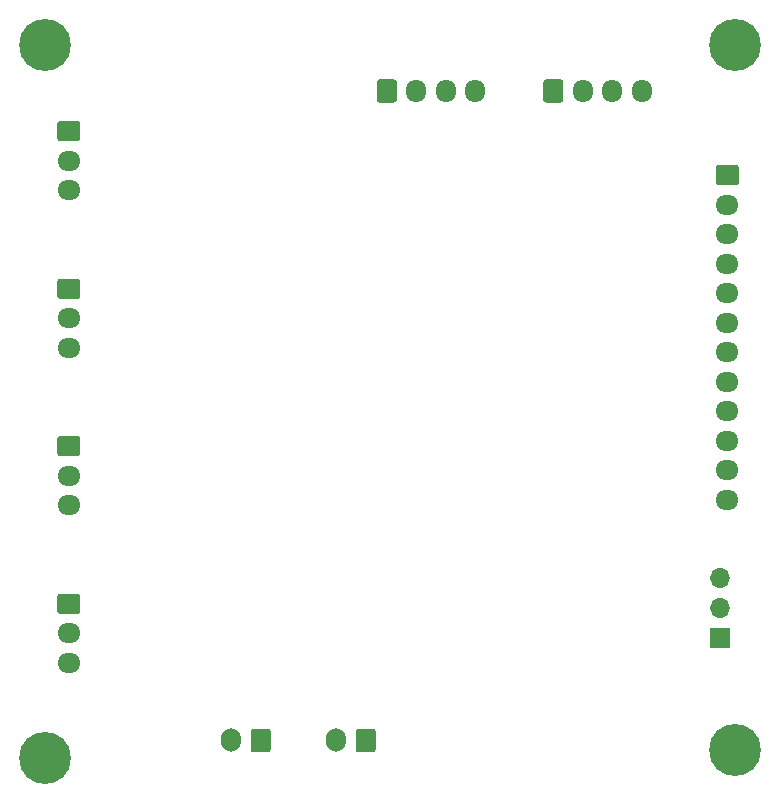
<source format=gbs>
G04 #@! TF.GenerationSoftware,KiCad,Pcbnew,(5.1.5)-3*
G04 #@! TF.CreationDate,2020-03-18T20:16:45+01:00*
G04 #@! TF.ProjectId,ent,656e742e-6b69-4636-9164-5f7063625858,rev?*
G04 #@! TF.SameCoordinates,Original*
G04 #@! TF.FileFunction,Soldermask,Bot*
G04 #@! TF.FilePolarity,Negative*
%FSLAX46Y46*%
G04 Gerber Fmt 4.6, Leading zero omitted, Abs format (unit mm)*
G04 Created by KiCad (PCBNEW (5.1.5)-3) date 2020-03-18 20:16:45*
%MOMM*%
%LPD*%
G04 APERTURE LIST*
%ADD10O,1.700000X2.000000*%
%ADD11C,0.100000*%
%ADD12O,1.700000X1.950000*%
%ADD13O,1.950000X1.700000*%
%ADD14R,1.700000X1.700000*%
%ADD15O,1.700000X1.700000*%
%ADD16C,4.400000*%
G04 APERTURE END LIST*
D10*
X193588000Y-109016800D03*
D11*
G36*
X196712504Y-108018004D02*
G01*
X196736773Y-108021604D01*
X196760571Y-108027565D01*
X196783671Y-108035830D01*
X196805849Y-108046320D01*
X196826893Y-108058933D01*
X196846598Y-108073547D01*
X196864777Y-108090023D01*
X196881253Y-108108202D01*
X196895867Y-108127907D01*
X196908480Y-108148951D01*
X196918970Y-108171129D01*
X196927235Y-108194229D01*
X196933196Y-108218027D01*
X196936796Y-108242296D01*
X196938000Y-108266800D01*
X196938000Y-109766800D01*
X196936796Y-109791304D01*
X196933196Y-109815573D01*
X196927235Y-109839371D01*
X196918970Y-109862471D01*
X196908480Y-109884649D01*
X196895867Y-109905693D01*
X196881253Y-109925398D01*
X196864777Y-109943577D01*
X196846598Y-109960053D01*
X196826893Y-109974667D01*
X196805849Y-109987280D01*
X196783671Y-109997770D01*
X196760571Y-110006035D01*
X196736773Y-110011996D01*
X196712504Y-110015596D01*
X196688000Y-110016800D01*
X195488000Y-110016800D01*
X195463496Y-110015596D01*
X195439227Y-110011996D01*
X195415429Y-110006035D01*
X195392329Y-109997770D01*
X195370151Y-109987280D01*
X195349107Y-109974667D01*
X195329402Y-109960053D01*
X195311223Y-109943577D01*
X195294747Y-109925398D01*
X195280133Y-109905693D01*
X195267520Y-109884649D01*
X195257030Y-109862471D01*
X195248765Y-109839371D01*
X195242804Y-109815573D01*
X195239204Y-109791304D01*
X195238000Y-109766800D01*
X195238000Y-108266800D01*
X195239204Y-108242296D01*
X195242804Y-108218027D01*
X195248765Y-108194229D01*
X195257030Y-108171129D01*
X195267520Y-108148951D01*
X195280133Y-108127907D01*
X195294747Y-108108202D01*
X195311223Y-108090023D01*
X195329402Y-108073547D01*
X195349107Y-108058933D01*
X195370151Y-108046320D01*
X195392329Y-108035830D01*
X195415429Y-108027565D01*
X195439227Y-108021604D01*
X195463496Y-108018004D01*
X195488000Y-108016800D01*
X196688000Y-108016800D01*
X196712504Y-108018004D01*
G37*
D10*
X184698000Y-109016800D03*
D11*
G36*
X187822504Y-108018004D02*
G01*
X187846773Y-108021604D01*
X187870571Y-108027565D01*
X187893671Y-108035830D01*
X187915849Y-108046320D01*
X187936893Y-108058933D01*
X187956598Y-108073547D01*
X187974777Y-108090023D01*
X187991253Y-108108202D01*
X188005867Y-108127907D01*
X188018480Y-108148951D01*
X188028970Y-108171129D01*
X188037235Y-108194229D01*
X188043196Y-108218027D01*
X188046796Y-108242296D01*
X188048000Y-108266800D01*
X188048000Y-109766800D01*
X188046796Y-109791304D01*
X188043196Y-109815573D01*
X188037235Y-109839371D01*
X188028970Y-109862471D01*
X188018480Y-109884649D01*
X188005867Y-109905693D01*
X187991253Y-109925398D01*
X187974777Y-109943577D01*
X187956598Y-109960053D01*
X187936893Y-109974667D01*
X187915849Y-109987280D01*
X187893671Y-109997770D01*
X187870571Y-110006035D01*
X187846773Y-110011996D01*
X187822504Y-110015596D01*
X187798000Y-110016800D01*
X186598000Y-110016800D01*
X186573496Y-110015596D01*
X186549227Y-110011996D01*
X186525429Y-110006035D01*
X186502329Y-109997770D01*
X186480151Y-109987280D01*
X186459107Y-109974667D01*
X186439402Y-109960053D01*
X186421223Y-109943577D01*
X186404747Y-109925398D01*
X186390133Y-109905693D01*
X186377520Y-109884649D01*
X186367030Y-109862471D01*
X186358765Y-109839371D01*
X186352804Y-109815573D01*
X186349204Y-109791304D01*
X186348000Y-109766800D01*
X186348000Y-108266800D01*
X186349204Y-108242296D01*
X186352804Y-108218027D01*
X186358765Y-108194229D01*
X186367030Y-108171129D01*
X186377520Y-108148951D01*
X186390133Y-108127907D01*
X186404747Y-108108202D01*
X186421223Y-108090023D01*
X186439402Y-108073547D01*
X186459107Y-108058933D01*
X186480151Y-108046320D01*
X186502329Y-108035830D01*
X186525429Y-108027565D01*
X186549227Y-108021604D01*
X186573496Y-108018004D01*
X186598000Y-108016800D01*
X187798000Y-108016800D01*
X187822504Y-108018004D01*
G37*
D12*
X205391400Y-54025800D03*
X202891400Y-54025800D03*
X200391400Y-54025800D03*
D11*
G36*
X198515904Y-53052004D02*
G01*
X198540173Y-53055604D01*
X198563971Y-53061565D01*
X198587071Y-53069830D01*
X198609249Y-53080320D01*
X198630293Y-53092933D01*
X198649998Y-53107547D01*
X198668177Y-53124023D01*
X198684653Y-53142202D01*
X198699267Y-53161907D01*
X198711880Y-53182951D01*
X198722370Y-53205129D01*
X198730635Y-53228229D01*
X198736596Y-53252027D01*
X198740196Y-53276296D01*
X198741400Y-53300800D01*
X198741400Y-54750800D01*
X198740196Y-54775304D01*
X198736596Y-54799573D01*
X198730635Y-54823371D01*
X198722370Y-54846471D01*
X198711880Y-54868649D01*
X198699267Y-54889693D01*
X198684653Y-54909398D01*
X198668177Y-54927577D01*
X198649998Y-54944053D01*
X198630293Y-54958667D01*
X198609249Y-54971280D01*
X198587071Y-54981770D01*
X198563971Y-54990035D01*
X198540173Y-54995996D01*
X198515904Y-54999596D01*
X198491400Y-55000800D01*
X197291400Y-55000800D01*
X197266896Y-54999596D01*
X197242627Y-54995996D01*
X197218829Y-54990035D01*
X197195729Y-54981770D01*
X197173551Y-54971280D01*
X197152507Y-54958667D01*
X197132802Y-54944053D01*
X197114623Y-54927577D01*
X197098147Y-54909398D01*
X197083533Y-54889693D01*
X197070920Y-54868649D01*
X197060430Y-54846471D01*
X197052165Y-54823371D01*
X197046204Y-54799573D01*
X197042604Y-54775304D01*
X197041400Y-54750800D01*
X197041400Y-53300800D01*
X197042604Y-53276296D01*
X197046204Y-53252027D01*
X197052165Y-53228229D01*
X197060430Y-53205129D01*
X197070920Y-53182951D01*
X197083533Y-53161907D01*
X197098147Y-53142202D01*
X197114623Y-53124023D01*
X197132802Y-53107547D01*
X197152507Y-53092933D01*
X197173551Y-53080320D01*
X197195729Y-53069830D01*
X197218829Y-53061565D01*
X197242627Y-53055604D01*
X197266896Y-53052004D01*
X197291400Y-53050800D01*
X198491400Y-53050800D01*
X198515904Y-53052004D01*
G37*
G36*
X171716904Y-56580604D02*
G01*
X171741173Y-56584204D01*
X171764971Y-56590165D01*
X171788071Y-56598430D01*
X171810249Y-56608920D01*
X171831293Y-56621533D01*
X171850998Y-56636147D01*
X171869177Y-56652623D01*
X171885653Y-56670802D01*
X171900267Y-56690507D01*
X171912880Y-56711551D01*
X171923370Y-56733729D01*
X171931635Y-56756829D01*
X171937596Y-56780627D01*
X171941196Y-56804896D01*
X171942400Y-56829400D01*
X171942400Y-58029400D01*
X171941196Y-58053904D01*
X171937596Y-58078173D01*
X171931635Y-58101971D01*
X171923370Y-58125071D01*
X171912880Y-58147249D01*
X171900267Y-58168293D01*
X171885653Y-58187998D01*
X171869177Y-58206177D01*
X171850998Y-58222653D01*
X171831293Y-58237267D01*
X171810249Y-58249880D01*
X171788071Y-58260370D01*
X171764971Y-58268635D01*
X171741173Y-58274596D01*
X171716904Y-58278196D01*
X171692400Y-58279400D01*
X170242400Y-58279400D01*
X170217896Y-58278196D01*
X170193627Y-58274596D01*
X170169829Y-58268635D01*
X170146729Y-58260370D01*
X170124551Y-58249880D01*
X170103507Y-58237267D01*
X170083802Y-58222653D01*
X170065623Y-58206177D01*
X170049147Y-58187998D01*
X170034533Y-58168293D01*
X170021920Y-58147249D01*
X170011430Y-58125071D01*
X170003165Y-58101971D01*
X169997204Y-58078173D01*
X169993604Y-58053904D01*
X169992400Y-58029400D01*
X169992400Y-56829400D01*
X169993604Y-56804896D01*
X169997204Y-56780627D01*
X170003165Y-56756829D01*
X170011430Y-56733729D01*
X170021920Y-56711551D01*
X170034533Y-56690507D01*
X170049147Y-56670802D01*
X170065623Y-56652623D01*
X170083802Y-56636147D01*
X170103507Y-56621533D01*
X170124551Y-56608920D01*
X170146729Y-56598430D01*
X170169829Y-56590165D01*
X170193627Y-56584204D01*
X170217896Y-56580604D01*
X170242400Y-56579400D01*
X171692400Y-56579400D01*
X171716904Y-56580604D01*
G37*
D13*
X170967400Y-59929400D03*
X170967400Y-62429400D03*
X170967400Y-89099400D03*
X170967400Y-86599400D03*
D11*
G36*
X171716904Y-83250604D02*
G01*
X171741173Y-83254204D01*
X171764971Y-83260165D01*
X171788071Y-83268430D01*
X171810249Y-83278920D01*
X171831293Y-83291533D01*
X171850998Y-83306147D01*
X171869177Y-83322623D01*
X171885653Y-83340802D01*
X171900267Y-83360507D01*
X171912880Y-83381551D01*
X171923370Y-83403729D01*
X171931635Y-83426829D01*
X171937596Y-83450627D01*
X171941196Y-83474896D01*
X171942400Y-83499400D01*
X171942400Y-84699400D01*
X171941196Y-84723904D01*
X171937596Y-84748173D01*
X171931635Y-84771971D01*
X171923370Y-84795071D01*
X171912880Y-84817249D01*
X171900267Y-84838293D01*
X171885653Y-84857998D01*
X171869177Y-84876177D01*
X171850998Y-84892653D01*
X171831293Y-84907267D01*
X171810249Y-84919880D01*
X171788071Y-84930370D01*
X171764971Y-84938635D01*
X171741173Y-84944596D01*
X171716904Y-84948196D01*
X171692400Y-84949400D01*
X170242400Y-84949400D01*
X170217896Y-84948196D01*
X170193627Y-84944596D01*
X170169829Y-84938635D01*
X170146729Y-84930370D01*
X170124551Y-84919880D01*
X170103507Y-84907267D01*
X170083802Y-84892653D01*
X170065623Y-84876177D01*
X170049147Y-84857998D01*
X170034533Y-84838293D01*
X170021920Y-84817249D01*
X170011430Y-84795071D01*
X170003165Y-84771971D01*
X169997204Y-84748173D01*
X169993604Y-84723904D01*
X169992400Y-84699400D01*
X169992400Y-83499400D01*
X169993604Y-83474896D01*
X169997204Y-83450627D01*
X170003165Y-83426829D01*
X170011430Y-83403729D01*
X170021920Y-83381551D01*
X170034533Y-83360507D01*
X170049147Y-83340802D01*
X170065623Y-83322623D01*
X170083802Y-83306147D01*
X170103507Y-83291533D01*
X170124551Y-83278920D01*
X170146729Y-83268430D01*
X170169829Y-83260165D01*
X170193627Y-83254204D01*
X170217896Y-83250604D01*
X170242400Y-83249400D01*
X171692400Y-83249400D01*
X171716904Y-83250604D01*
G37*
G36*
X227469904Y-60289004D02*
G01*
X227494173Y-60292604D01*
X227517971Y-60298565D01*
X227541071Y-60306830D01*
X227563249Y-60317320D01*
X227584293Y-60329933D01*
X227603998Y-60344547D01*
X227622177Y-60361023D01*
X227638653Y-60379202D01*
X227653267Y-60398907D01*
X227665880Y-60419951D01*
X227676370Y-60442129D01*
X227684635Y-60465229D01*
X227690596Y-60489027D01*
X227694196Y-60513296D01*
X227695400Y-60537800D01*
X227695400Y-61737800D01*
X227694196Y-61762304D01*
X227690596Y-61786573D01*
X227684635Y-61810371D01*
X227676370Y-61833471D01*
X227665880Y-61855649D01*
X227653267Y-61876693D01*
X227638653Y-61896398D01*
X227622177Y-61914577D01*
X227603998Y-61931053D01*
X227584293Y-61945667D01*
X227563249Y-61958280D01*
X227541071Y-61968770D01*
X227517971Y-61977035D01*
X227494173Y-61982996D01*
X227469904Y-61986596D01*
X227445400Y-61987800D01*
X225995400Y-61987800D01*
X225970896Y-61986596D01*
X225946627Y-61982996D01*
X225922829Y-61977035D01*
X225899729Y-61968770D01*
X225877551Y-61958280D01*
X225856507Y-61945667D01*
X225836802Y-61931053D01*
X225818623Y-61914577D01*
X225802147Y-61896398D01*
X225787533Y-61876693D01*
X225774920Y-61855649D01*
X225764430Y-61833471D01*
X225756165Y-61810371D01*
X225750204Y-61786573D01*
X225746604Y-61762304D01*
X225745400Y-61737800D01*
X225745400Y-60537800D01*
X225746604Y-60513296D01*
X225750204Y-60489027D01*
X225756165Y-60465229D01*
X225764430Y-60442129D01*
X225774920Y-60419951D01*
X225787533Y-60398907D01*
X225802147Y-60379202D01*
X225818623Y-60361023D01*
X225836802Y-60344547D01*
X225856507Y-60329933D01*
X225877551Y-60317320D01*
X225899729Y-60306830D01*
X225922829Y-60298565D01*
X225946627Y-60292604D01*
X225970896Y-60289004D01*
X225995400Y-60287800D01*
X227445400Y-60287800D01*
X227469904Y-60289004D01*
G37*
D13*
X226720400Y-63637800D03*
X226720400Y-66137800D03*
X226720400Y-68637800D03*
X226720400Y-71137800D03*
X226720400Y-73637800D03*
X226720400Y-76137800D03*
X226720400Y-78637800D03*
X226720400Y-81137800D03*
X226720400Y-83637800D03*
X226720400Y-86137800D03*
X226720400Y-88637800D03*
D11*
G36*
X212612904Y-53052004D02*
G01*
X212637173Y-53055604D01*
X212660971Y-53061565D01*
X212684071Y-53069830D01*
X212706249Y-53080320D01*
X212727293Y-53092933D01*
X212746998Y-53107547D01*
X212765177Y-53124023D01*
X212781653Y-53142202D01*
X212796267Y-53161907D01*
X212808880Y-53182951D01*
X212819370Y-53205129D01*
X212827635Y-53228229D01*
X212833596Y-53252027D01*
X212837196Y-53276296D01*
X212838400Y-53300800D01*
X212838400Y-54750800D01*
X212837196Y-54775304D01*
X212833596Y-54799573D01*
X212827635Y-54823371D01*
X212819370Y-54846471D01*
X212808880Y-54868649D01*
X212796267Y-54889693D01*
X212781653Y-54909398D01*
X212765177Y-54927577D01*
X212746998Y-54944053D01*
X212727293Y-54958667D01*
X212706249Y-54971280D01*
X212684071Y-54981770D01*
X212660971Y-54990035D01*
X212637173Y-54995996D01*
X212612904Y-54999596D01*
X212588400Y-55000800D01*
X211388400Y-55000800D01*
X211363896Y-54999596D01*
X211339627Y-54995996D01*
X211315829Y-54990035D01*
X211292729Y-54981770D01*
X211270551Y-54971280D01*
X211249507Y-54958667D01*
X211229802Y-54944053D01*
X211211623Y-54927577D01*
X211195147Y-54909398D01*
X211180533Y-54889693D01*
X211167920Y-54868649D01*
X211157430Y-54846471D01*
X211149165Y-54823371D01*
X211143204Y-54799573D01*
X211139604Y-54775304D01*
X211138400Y-54750800D01*
X211138400Y-53300800D01*
X211139604Y-53276296D01*
X211143204Y-53252027D01*
X211149165Y-53228229D01*
X211157430Y-53205129D01*
X211167920Y-53182951D01*
X211180533Y-53161907D01*
X211195147Y-53142202D01*
X211211623Y-53124023D01*
X211229802Y-53107547D01*
X211249507Y-53092933D01*
X211270551Y-53080320D01*
X211292729Y-53069830D01*
X211315829Y-53061565D01*
X211339627Y-53055604D01*
X211363896Y-53052004D01*
X211388400Y-53050800D01*
X212588400Y-53050800D01*
X212612904Y-53052004D01*
G37*
D12*
X214488400Y-54025800D03*
X216988400Y-54025800D03*
X219488400Y-54025800D03*
D11*
G36*
X171716904Y-69915604D02*
G01*
X171741173Y-69919204D01*
X171764971Y-69925165D01*
X171788071Y-69933430D01*
X171810249Y-69943920D01*
X171831293Y-69956533D01*
X171850998Y-69971147D01*
X171869177Y-69987623D01*
X171885653Y-70005802D01*
X171900267Y-70025507D01*
X171912880Y-70046551D01*
X171923370Y-70068729D01*
X171931635Y-70091829D01*
X171937596Y-70115627D01*
X171941196Y-70139896D01*
X171942400Y-70164400D01*
X171942400Y-71364400D01*
X171941196Y-71388904D01*
X171937596Y-71413173D01*
X171931635Y-71436971D01*
X171923370Y-71460071D01*
X171912880Y-71482249D01*
X171900267Y-71503293D01*
X171885653Y-71522998D01*
X171869177Y-71541177D01*
X171850998Y-71557653D01*
X171831293Y-71572267D01*
X171810249Y-71584880D01*
X171788071Y-71595370D01*
X171764971Y-71603635D01*
X171741173Y-71609596D01*
X171716904Y-71613196D01*
X171692400Y-71614400D01*
X170242400Y-71614400D01*
X170217896Y-71613196D01*
X170193627Y-71609596D01*
X170169829Y-71603635D01*
X170146729Y-71595370D01*
X170124551Y-71584880D01*
X170103507Y-71572267D01*
X170083802Y-71557653D01*
X170065623Y-71541177D01*
X170049147Y-71522998D01*
X170034533Y-71503293D01*
X170021920Y-71482249D01*
X170011430Y-71460071D01*
X170003165Y-71436971D01*
X169997204Y-71413173D01*
X169993604Y-71388904D01*
X169992400Y-71364400D01*
X169992400Y-70164400D01*
X169993604Y-70139896D01*
X169997204Y-70115627D01*
X170003165Y-70091829D01*
X170011430Y-70068729D01*
X170021920Y-70046551D01*
X170034533Y-70025507D01*
X170049147Y-70005802D01*
X170065623Y-69987623D01*
X170083802Y-69971147D01*
X170103507Y-69956533D01*
X170124551Y-69943920D01*
X170146729Y-69933430D01*
X170169829Y-69925165D01*
X170193627Y-69919204D01*
X170217896Y-69915604D01*
X170242400Y-69914400D01*
X171692400Y-69914400D01*
X171716904Y-69915604D01*
G37*
D13*
X170967400Y-73264400D03*
X170967400Y-75764400D03*
X170967400Y-102434400D03*
X170967400Y-99934400D03*
D11*
G36*
X171716904Y-96585604D02*
G01*
X171741173Y-96589204D01*
X171764971Y-96595165D01*
X171788071Y-96603430D01*
X171810249Y-96613920D01*
X171831293Y-96626533D01*
X171850998Y-96641147D01*
X171869177Y-96657623D01*
X171885653Y-96675802D01*
X171900267Y-96695507D01*
X171912880Y-96716551D01*
X171923370Y-96738729D01*
X171931635Y-96761829D01*
X171937596Y-96785627D01*
X171941196Y-96809896D01*
X171942400Y-96834400D01*
X171942400Y-98034400D01*
X171941196Y-98058904D01*
X171937596Y-98083173D01*
X171931635Y-98106971D01*
X171923370Y-98130071D01*
X171912880Y-98152249D01*
X171900267Y-98173293D01*
X171885653Y-98192998D01*
X171869177Y-98211177D01*
X171850998Y-98227653D01*
X171831293Y-98242267D01*
X171810249Y-98254880D01*
X171788071Y-98265370D01*
X171764971Y-98273635D01*
X171741173Y-98279596D01*
X171716904Y-98283196D01*
X171692400Y-98284400D01*
X170242400Y-98284400D01*
X170217896Y-98283196D01*
X170193627Y-98279596D01*
X170169829Y-98273635D01*
X170146729Y-98265370D01*
X170124551Y-98254880D01*
X170103507Y-98242267D01*
X170083802Y-98227653D01*
X170065623Y-98211177D01*
X170049147Y-98192998D01*
X170034533Y-98173293D01*
X170021920Y-98152249D01*
X170011430Y-98130071D01*
X170003165Y-98106971D01*
X169997204Y-98083173D01*
X169993604Y-98058904D01*
X169992400Y-98034400D01*
X169992400Y-96834400D01*
X169993604Y-96809896D01*
X169997204Y-96785627D01*
X170003165Y-96761829D01*
X170011430Y-96738729D01*
X170021920Y-96716551D01*
X170034533Y-96695507D01*
X170049147Y-96675802D01*
X170065623Y-96657623D01*
X170083802Y-96641147D01*
X170103507Y-96626533D01*
X170124551Y-96613920D01*
X170146729Y-96603430D01*
X170169829Y-96595165D01*
X170193627Y-96589204D01*
X170217896Y-96585604D01*
X170242400Y-96584400D01*
X171692400Y-96584400D01*
X171716904Y-96585604D01*
G37*
D14*
X226060000Y-100330000D03*
D15*
X226060000Y-97790000D03*
X226060000Y-95250000D03*
D16*
X168910000Y-110490000D03*
X227330000Y-109855000D03*
X227330000Y-50165000D03*
X168910000Y-50165000D03*
M02*

</source>
